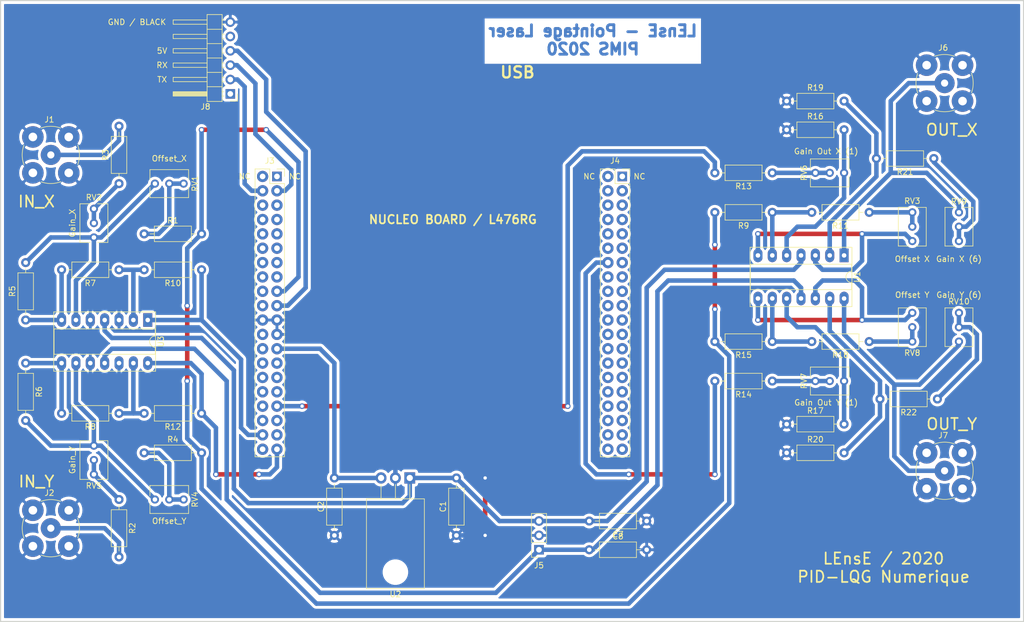
<source format=kicad_pcb>
(kicad_pcb (version 20171130) (host pcbnew "(5.1.6)-1")
  (layers (0 F.Cu signal) (31 B.Cu signal) (34 B.Paste user) (35 F.Paste user) (36 B.SilkS user) (37 F.SilkS user) (38 B.Mask user) (39 F.Mask user) (44 Edge.Cuts user))
  (net 0 "")
  (net 1 GND)
  (net 2 VCC+)
  (net 3 VCC-)
  (net 4 "Net-(J1-Pad1)")
  (net 5 "Net-(J2-Pad1)")
  (net 6 "Net-(J3-Pad7)")
  (net 7 "Net-(J3-Pad8)")
  (net 8 "Net-(J3-Pad9)")
  (net 9 "Net-(J3-Pad10)")
  (net 10 "Net-(J3-Pad11)")
  (net 11 "Net-(J3-Pad12)")
  (net 12 "Net-(J3-Pad13)")
  (net 13 "Net-(J3-Pad14)")
  (net 14 3.3V)
  (net 15 5V)
  (net 16 "Net-(J3-Pad26)")
  (net 17 "Net-(J3-Pad27)")
  (net 18 "Net-(J3-Pad28)")
  (net 19 "Net-(J3-Pad30)")
  (net 20 "Net-(J3-Pad31)")
  (net 21 "Net-(J3-Pad32)")
  (net 22 "Net-(J3-Pad35)")
  (net 23 "Net-(J3-Pad36)")
  (net 24 "Net-(J4-Pad40)")
  (net 25 "Net-(J4-Pad39)")
  (net 26 "Net-(J4-Pad38)")
  (net 27 "Net-(J4-Pad37)")
  (net 28 "Net-(J4-Pad35)")
  (net 29 "Net-(J4-Pad33)")
  (net 30 "Net-(J4-Pad32)")
  (net 31 "Net-(J4-Pad31)")
  (net 32 "Net-(J4-Pad30)")
  (net 33 "Net-(J4-Pad29)")
  (net 34 "Net-(J4-Pad28)")
  (net 35 "Net-(J4-Pad27)")
  (net 36 "Net-(J4-Pad26)")
  (net 37 "Net-(J4-Pad25)")
  (net 38 "Net-(J4-Pad24)")
  (net 39 "Net-(J4-Pad23)")
  (net 40 "Net-(J4-Pad22)")
  (net 41 "Net-(J4-Pad21)")
  (net 42 "Net-(J4-Pad20)")
  (net 43 "Net-(J4-Pad19)")
  (net 44 "Net-(J4-Pad18)")
  (net 45 "Net-(J4-Pad17)")
  (net 46 "Net-(J4-Pad16)")
  (net 47 "Net-(J4-Pad15)")
  (net 48 "Net-(J4-Pad12)")
  (net 49 "Net-(J4-Pad11)")
  (net 50 "Net-(J4-Pad10)")
  (net 51 "Net-(J4-Pad9)")
  (net 52 "Net-(J4-Pad8)")
  (net 53 "Net-(J4-Pad7)")
  (net 54 "Net-(J4-Pad2)")
  (net 55 "Net-(J4-Pad1)")
  (net 56 "Net-(R1-Pad1)")
  (net 57 "Net-(R2-Pad1)")
  (net 58 "Net-(R11-Pad2)")
  (net 59 "Net-(R11-Pad1)")
  (net 60 "Net-(J3-Pad5)")
  (net 61 "Net-(J3-Pad15)")
  (net 62 "Net-(J3-Pad20)")
  (net 63 "Net-(J3-Pad24)")
  (net 64 "Net-(J3-Pad34)")
  (net 65 "Net-(J3-Pad40)")
  (net 66 "Net-(J4-Pad13)")
  (net 67 "Net-(J4-Pad6)")
  (net 68 "Net-(J4-Pad4)")
  (net 69 "Net-(J3-Pad18)")
  (net 70 Vin)
  (net 71 RX_PC_11)
  (net 72 TX_PC_10)
  (net 73 "Net-(J3-Pad6)")
  (net 74 "Net-(J3-Pad16)")
  (net 75 "Net-(J3-Pad29)")
  (net 76 V_OUT_X_PA_4)
  (net 77 "Net-(J3-Pad37)")
  (net 78 V_IN_X_PC_2)
  (net 79 V_IN_Y_PC_10)
  (net 80 "Net-(J4-Pad36)")
  (net 81 "Net-(J4-Pad34)")
  (net 82 V_OUT_Y_PA_5)
  (net 83 "Net-(J4-Pad5)")
  (net 84 "Net-(J4-Pad3)")
  (net 85 "Net-(J6-Pad1)")
  (net 86 "Net-(J7-Pad1)")
  (net 87 "Net-(J8-Pad1)")
  (net 88 "Net-(J8-Pad5)")
  (net 89 "Net-(R3-Pad1)")
  (net 90 "Net-(R4-Pad1)")
  (net 91 "Net-(R5-Pad1)")
  (net 92 "Net-(R5-Pad2)")
  (net 93 "Net-(R6-Pad1)")
  (net 94 "Net-(R6-Pad2)")
  (net 95 "Net-(R10-Pad2)")
  (net 96 "Net-(R12-Pad2)")
  (net 97 "Net-(R13-Pad1)")
  (net 98 "Net-(R14-Pad1)")
  (net 99 "Net-(R15-Pad1)")
  (net 100 "Net-(R16-Pad2)")
  (net 101 "Net-(R17-Pad2)")
  (net 102 "Net-(R18-Pad1)")
  (net 103 "Net-(R19-Pad2)")
  (net 104 "Net-(R20-Pad2)")
  (net 105 "Net-(R21-Pad1)")
  (net 106 "Net-(R22-Pad1)")
  (net 107 "Net-(RV3-Pad3)")
  (net 108 "Net-(RV8-Pad3)")
  (net 109 "Net-(J3-Pad1)")
  (net 110 "Net-(J3-Pad2)")
  (module Resistor_THT:R_Axial_DIN0207_L6.3mm_D2.5mm_P10.16mm_Horizontal (layer F.Cu) (at 230.505 135.255 180)
    (fp_text reference R22 (at 5.08 -2.37) (layer F.SilkS))
    (fp_text value 5.6k)
    (pad 1 thru_hole circle (at 0 0 180) (size 1.6 1.6) (drill 0.8) (layers *.Cu *.Mask) (net 106 "Net-(R22-Pad1)"))
    (pad 2 thru_hole oval (at 10.16 0 180) (size 1.6 1.6) (drill 0.8) (layers *.Cu *.Mask) (net 104 "Net-(R20-Pad2)"))
  )
  (module Resistor_THT:R_Axial_DIN0207_L6.3mm_D2.5mm_P10.16mm_Horizontal (layer F.Cu) (at 69.215 128.905 270)
    (fp_text reference R6 (at 5.08 -2.37 90) (layer F.SilkS))
    (fp_text value 1.2k)
    (pad 1 thru_hole circle (at 0 0 270) (size 1.6 1.6) (drill 0.8) (layers *.Cu *.Mask) (net 93 "Net-(R6-Pad1)"))
    (pad 2 thru_hole oval (at 10.16 0 270) (size 1.6 1.6) (drill 0.8) (layers *.Cu *.Mask) (net 94 "Net-(R6-Pad2)"))
  )
  (module Connector_PinSocket_2.54mm:PinSocket_2x20_P2.54mm_Vertical (layer F.Cu) (at 113.665 95.885)
    (fp_text reference J3 (at -1.27 -2.77) (layer F.SilkS))
    (fp_text value MORPHO_GAUCHE)
    (pad 1 thru_hole rect (at 0 0) (size 1.7 1.7) (drill 1) (layers *.Cu *.Mask) (net 109 "Net-(J3-Pad1)"))
    (pad 2 thru_hole oval (at -2.54 0) (size 2 2) (drill 1) (layers *.Cu *.Mask) (net 110 "Net-(J3-Pad2)"))
    (pad 3 thru_hole oval (at 0 2.54) (size 2 2) (drill 1) (layers *.Cu *.Mask) (net 71 RX_PC_11))
    (pad 4 thru_hole oval (at -2.54 2.54) (size 2 2) (drill 1) (layers *.Cu *.Mask) (net 72 TX_PC_10))
    (pad 5 thru_hole oval (at 0 5.08) (size 2 2) (drill 1) (layers *.Cu *.Mask) (net 60 "Net-(J3-Pad5)"))
    (pad 6 thru_hole oval (at -2.54 5.08) (size 2 2) (drill 1) (layers *.Cu *.Mask) (net 73 "Net-(J3-Pad6)"))
    (pad 7 thru_hole oval (at 0 7.62) (size 2 2) (drill 1) (layers *.Cu *.Mask) (net 6 "Net-(J3-Pad7)"))
    (pad 8 thru_hole oval (at -2.54 7.62) (size 2 2) (drill 1) (layers *.Cu *.Mask) (net 7 "Net-(J3-Pad8)"))
    (pad 9 thru_hole oval (at 0 10.16) (size 2 2) (drill 1) (layers *.Cu *.Mask) (net 8 "Net-(J3-Pad9)"))
    (pad 10 thru_hole oval (at -2.54 10.16) (size 2 2) (drill 1) (layers *.Cu *.Mask) (net 9 "Net-(J3-Pad10)"))
    (pad 11 thru_hole oval (at 0 12.7) (size 2 2) (drill 1) (layers *.Cu *.Mask) (net 10 "Net-(J3-Pad11)"))
    (pad 12 thru_hole oval (at -2.54 12.7) (size 2 2) (drill 1) (layers *.Cu *.Mask) (net 11 "Net-(J3-Pad12)"))
    (pad 13 thru_hole oval (at 0 15.24) (size 2 2) (drill 1) (layers *.Cu *.Mask) (net 12 "Net-(J3-Pad13)"))
    (pad 14 thru_hole oval (at -2.54 15.24) (size 2 2) (drill 1) (layers *.Cu *.Mask) (net 13 "Net-(J3-Pad14)"))
    (pad 15 thru_hole oval (at 0 17.78) (size 2 2) (drill 1) (layers *.Cu *.Mask) (net 61 "Net-(J3-Pad15)"))
    (pad 16 thru_hole oval (at -2.54 17.78) (size 2 2) (drill 1) (layers *.Cu *.Mask) (net 74 "Net-(J3-Pad16)"))
    (pad 17 thru_hole oval (at 0 20.32) (size 2 2) (drill 1) (layers *.Cu *.Mask) (net 14 3.3V))
    (pad 18 thru_hole oval (at -2.54 20.32) (size 2 2) (drill 1) (layers *.Cu *.Mask) (net 69 "Net-(J3-Pad18)"))
    (pad 19 thru_hole oval (at 0 22.86) (size 2 2) (drill 1) (layers *.Cu *.Mask) (net 15 5V))
    (pad 20 thru_hole oval (at -2.54 22.86) (size 2 2) (drill 1) (layers *.Cu *.Mask) (net 62 "Net-(J3-Pad20)"))
    (pad 21 thru_hole oval (at 0 25.4) (size 2 2) (drill 1) (layers *.Cu *.Mask) (net 1 GND))
    (pad 22 thru_hole oval (at -2.54 25.4) (size 2 2) (drill 1) (layers *.Cu *.Mask) (net 1 GND))
    (pad 23 thru_hole oval (at 0 27.94) (size 2 2) (drill 1) (layers *.Cu *.Mask) (net 1 GND))
    (pad 24 thru_hole oval (at -2.54 27.94) (size 2 2) (drill 1) (layers *.Cu *.Mask) (net 63 "Net-(J3-Pad24)"))
    (pad 25 thru_hole oval (at 0 30.48) (size 2 2) (drill 1) (layers *.Cu *.Mask) (net 70 Vin))
    (pad 26 thru_hole oval (at -2.54 30.48) (size 2 2) (drill 1) (layers *.Cu *.Mask) (net 16 "Net-(J3-Pad26)"))
    (pad 27 thru_hole oval (at 0 33.02) (size 2 2) (drill 1) (layers *.Cu *.Mask) (net 17 "Net-(J3-Pad27)"))
    (pad 28 thru_hole oval (at -2.54 33.02) (size 2 2) (drill 1) (layers *.Cu *.Mask) (net 18 "Net-(J3-Pad28)"))
    (pad 29 thru_hole oval (at 0 35.56) (size 2 2) (drill 1) (layers *.Cu *.Mask) (net 75 "Net-(J3-Pad29)"))
    (pad 30 thru_hole oval (at -2.54 35.56) (size 2 2) (drill 1) (layers *.Cu *.Mask) (net 19 "Net-(J3-Pad30)"))
    (pad 31 thru_hole oval (at 0 38.1) (size 2 2) (drill 1) (layers *.Cu *.Mask) (net 20 "Net-(J3-Pad31)"))
    (pad 32 thru_hole oval (at -2.54 38.1) (size 2 2) (drill 1) (layers *.Cu *.Mask) (net 21 "Net-(J3-Pad32)"))
    (pad 33 thru_hole oval (at 0 40.64) (size 2 2) (drill 1) (layers *.Cu *.Mask) (net 76 V_OUT_X_PA_4))
    (pad 34 thru_hole oval (at -2.54 40.64) (size 2 2) (drill 1) (layers *.Cu *.Mask) (net 64 "Net-(J3-Pad34)"))
    (pad 35 thru_hole oval (at 0 43.18) (size 2 2) (drill 1) (layers *.Cu *.Mask) (net 22 "Net-(J3-Pad35)"))
    (pad 36 thru_hole oval (at -2.54 43.18) (size 2 2) (drill 1) (layers *.Cu *.Mask) (net 23 "Net-(J3-Pad36)"))
    (pad 37 thru_hole oval (at 0 45.72) (size 2 2) (drill 1) (layers *.Cu *.Mask) (net 77 "Net-(J3-Pad37)"))
    (pad 38 thru_hole oval (at -2.54 45.72) (size 2 2) (drill 1) (layers *.Cu *.Mask) (net 78 V_IN_X_PC_2))
    (pad 39 thru_hole oval (at 0 48.26) (size 2 2) (drill 1) (layers *.Cu *.Mask) (net 79 V_IN_Y_PC_10))
    (pad 40 thru_hole oval (at -2.54 48.26) (size 2 2) (drill 1) (layers *.Cu *.Mask) (net 65 "Net-(J3-Pad40)"))
  )
  (module Connector_PinSocket_2.54mm:PinSocket_2x20_P2.54mm_Vertical (layer F.Cu) (at 174.752 95.885)
    (fp_text reference J4 (at -1.27 -2.77) (layer F.SilkS))
    (fp_text value MORPHO_DROITE)
    (pad 40 thru_hole oval (at -2.54 48.26) (size 2 2) (drill 1) (layers *.Cu *.Mask) (net 24 "Net-(J4-Pad40)"))
    (pad 39 thru_hole oval (at 0 48.26) (size 2 2) (drill 1) (layers *.Cu *.Mask) (net 25 "Net-(J4-Pad39)"))
    (pad 38 thru_hole oval (at -2.54 45.72) (size 2 2) (drill 1) (layers *.Cu *.Mask) (net 26 "Net-(J4-Pad38)"))
    (pad 37 thru_hole oval (at 0 45.72) (size 2 2) (drill 1) (layers *.Cu *.Mask) (net 27 "Net-(J4-Pad37)"))
    (pad 36 thru_hole oval (at -2.54 43.18) (size 2 2) (drill 1) (layers *.Cu *.Mask) (net 80 "Net-(J4-Pad36)"))
    (pad 35 thru_hole oval (at 0 43.18) (size 2 2) (drill 1) (layers *.Cu *.Mask) (net 28 "Net-(J4-Pad35)"))
    (pad 34 thru_hole oval (at -2.54 40.64) (size 2 2) (drill 1) (layers *.Cu *.Mask) (net 81 "Net-(J4-Pad34)"))
    (pad 33 thru_hole oval (at 0 40.64) (size 2 2) (drill 1) (layers *.Cu *.Mask) (net 29 "Net-(J4-Pad33)"))
    (pad 32 thru_hole oval (at -2.54 38.1) (size 2 2) (drill 1) (layers *.Cu *.Mask) (net 30 "Net-(J4-Pad32)"))
    (pad 31 thru_hole oval (at 0 38.1) (size 2 2) (drill 1) (layers *.Cu *.Mask) (net 31 "Net-(J4-Pad31)"))
    (pad 30 thru_hole oval (at -2.54 35.56) (size 2 2) (drill 1) (layers *.Cu *.Mask) (net 32 "Net-(J4-Pad30)"))
    (pad 29 thru_hole oval (at 0 35.56) (size 2 2) (drill 1) (layers *.Cu *.Mask) (net 33 "Net-(J4-Pad29)"))
    (pad 28 thru_hole oval (at -2.54 33.02) (size 2 2) (drill 1) (layers *.Cu *.Mask) (net 34 "Net-(J4-Pad28)"))
    (pad 27 thru_hole oval (at 0 33.02) (size 2 2) (drill 1) (layers *.Cu *.Mask) (net 35 "Net-(J4-Pad27)"))
    (pad 26 thru_hole oval (at -2.54 30.48) (size 2 2) (drill 1) (layers *.Cu *.Mask) (net 36 "Net-(J4-Pad26)"))
    (pad 25 thru_hole oval (at 0 30.48) (size 2 2) (drill 1) (layers *.Cu *.Mask) (net 37 "Net-(J4-Pad25)"))
    (pad 24 thru_hole oval (at -2.54 27.94) (size 2 2) (drill 1) (layers *.Cu *.Mask) (net 38 "Net-(J4-Pad24)"))
    (pad 23 thru_hole oval (at 0 27.94) (size 2 2) (drill 1) (layers *.Cu *.Mask) (net 39 "Net-(J4-Pad23)"))
    (pad 22 thru_hole oval (at -2.54 25.4) (size 2 2) (drill 1) (layers *.Cu *.Mask) (net 40 "Net-(J4-Pad22)"))
    (pad 21 thru_hole oval (at 0 25.4) (size 2 2) (drill 1) (layers *.Cu *.Mask) (net 41 "Net-(J4-Pad21)"))
    (pad 20 thru_hole oval (at -2.54 22.86) (size 2 2) (drill 1) (layers *.Cu *.Mask) (net 42 "Net-(J4-Pad20)"))
    (pad 19 thru_hole oval (at 0 22.86) (size 2 2) (drill 1) (layers *.Cu *.Mask) (net 43 "Net-(J4-Pad19)"))
    (pad 18 thru_hole oval (at -2.54 20.32) (size 2 2) (drill 1) (layers *.Cu *.Mask) (net 44 "Net-(J4-Pad18)"))
    (pad 17 thru_hole oval (at 0 20.32) (size 2 2) (drill 1) (layers *.Cu *.Mask) (net 45 "Net-(J4-Pad17)"))
    (pad 16 thru_hole oval (at -2.54 17.78) (size 2 2) (drill 1) (layers *.Cu *.Mask) (net 46 "Net-(J4-Pad16)"))
    (pad 15 thru_hole oval (at 0 17.78) (size 2 2) (drill 1) (layers *.Cu *.Mask) (net 47 "Net-(J4-Pad15)"))
    (pad 14 thru_hole oval (at -2.54 15.24) (size 2 2) (drill 1) (layers *.Cu *.Mask) (net 82 V_OUT_Y_PA_5))
    (pad 13 thru_hole oval (at 0 15.24) (size 2 2) (drill 1) (layers *.Cu *.Mask) (net 66 "Net-(J4-Pad13)"))
    (pad 12 thru_hole oval (at -2.54 12.7) (size 2 2) (drill 1) (layers *.Cu *.Mask) (net 48 "Net-(J4-Pad12)"))
    (pad 11 thru_hole oval (at 0 12.7) (size 2 2) (drill 1) (layers *.Cu *.Mask) (net 49 "Net-(J4-Pad11)"))
    (pad 10 thru_hole oval (at -2.54 10.16) (size 2 2) (drill 1) (layers *.Cu *.Mask) (net 50 "Net-(J4-Pad10)"))
    (pad 9 thru_hole oval (at 0 10.16) (size 2 2) (drill 1) (layers *.Cu *.Mask) (net 51 "Net-(J4-Pad9)"))
    (pad 8 thru_hole oval (at -2.54 7.62) (size 2 2) (drill 1) (layers *.Cu *.Mask) (net 52 "Net-(J4-Pad8)"))
    (pad 7 thru_hole oval (at 0 7.62) (size 2 2) (drill 1) (layers *.Cu *.Mask) (net 53 "Net-(J4-Pad7)"))
    (pad 6 thru_hole oval (at -2.54 5.08) (size 2 2) (drill 1) (layers *.Cu *.Mask) (net 67 "Net-(J4-Pad6)"))
    (pad 5 thru_hole oval (at 0 5.08) (size 2 2) (drill 1) (layers *.Cu *.Mask) (net 83 "Net-(J4-Pad5)"))
    (pad 4 thru_hole oval (at -2.54 2.54) (size 2 2) (drill 1) (layers *.Cu *.Mask) (net 68 "Net-(J4-Pad4)"))
    (pad 3 thru_hole oval (at 0 2.54) (size 2 2) (drill 1) (layers *.Cu *.Mask) (net 84 "Net-(J4-Pad3)"))
    (pad 2 thru_hole oval (at -2.54 0) (size 2 2) (drill 1) (layers *.Cu *.Mask) (net 54 "Net-(J4-Pad2)"))
    (pad 1 thru_hole rect (at 0 0) (size 1.7 1.7) (drill 1) (layers *.Cu *.Mask) (net 55 "Net-(J4-Pad1)"))
  )
  (module Resistor_THT:R_Axial_DIN0207_L6.3mm_D2.5mm_P10.16mm_Horizontal (layer F.Cu) (at 145.415 159.385 90)
    (fp_text reference C1 (at 5.08 -2.37 90) (layer F.SilkS))
    (fp_text value 1u)
    (pad 2 thru_hole oval (at 10.16 0 90) (size 1.6 1.6) (drill 0.8) (layers *.Cu *.Mask) (net 2 VCC+))
    (pad 1 thru_hole circle (at 0 0 90) (size 1.6 1.6) (drill 0.8) (layers *.Cu *.Mask) (net 1 GND))
  )
  (module Resistor_THT:R_Axial_DIN0207_L6.3mm_D2.5mm_P10.16mm_Horizontal (layer F.Cu) (at 123.825 159.385 90)
    (fp_text reference C2 (at 5.08 -2.37 90) (layer F.SilkS))
    (fp_text value 1u)
    (pad 1 thru_hole circle (at 0 0 90) (size 1.6 1.6) (drill 0.8) (layers *.Cu *.Mask) (net 1 GND))
    (pad 2 thru_hole oval (at 10.16 0 90) (size 1.6 1.6) (drill 0.8) (layers *.Cu *.Mask) (net 70 Vin))
  )
  (module Resistor_THT:R_Axial_DIN0207_L6.3mm_D2.5mm_P10.16mm_Horizontal (layer F.Cu) (at 179.07 156.845 180)
    (fp_text reference C7 (at 5.08 -2.37) (layer F.SilkS))
    (fp_text value 100n)
    (pad 1 thru_hole circle (at 0 0 180) (size 1.6 1.6) (drill 0.8) (layers *.Cu *.Mask) (net 1 GND))
    (pad 2 thru_hole oval (at 10.16 0 180) (size 1.6 1.6) (drill 0.8) (layers *.Cu *.Mask) (net 2 VCC+))
  )
  (module Resistor_THT:R_Axial_DIN0207_L6.3mm_D2.5mm_P10.16mm_Horizontal (layer F.Cu) (at 168.91 161.925)
    (fp_text reference C8 (at 5.08 -2.37) (layer F.SilkS))
    (fp_text value 100n)
    (pad 2 thru_hole oval (at 10.16 0) (size 1.6 1.6) (drill 0.8) (layers *.Cu *.Mask) (net 1 GND))
    (pad 1 thru_hole circle (at 0 0) (size 1.6 1.6) (drill 0.8) (layers *.Cu *.Mask) (net 3 VCC-))
  )
  (module Connector_Coaxial:BNC_TEConnectivity_1478204_Vertical (layer F.Cu) (at 73.66 92.075)
    (fp_text reference J1 (at -0.25 -6.25) (layer F.SilkS))
    (fp_text value IN_X)
    (pad 2 thru_hole circle (at -3.175 -3.175) (size 3.81 3.81) (drill 1.524) (layers *.Cu *.Mask) (net 1 GND))
    (pad 1 thru_hole circle (at 0 0) (size 3.556 3.556) (drill 1.27) (layers *.Cu *.Mask) (net 4 "Net-(J1-Pad1)"))
    (pad 2 thru_hole circle (at 3.175 -3.175) (size 3.81 3.81) (drill 1.524) (layers *.Cu *.Mask) (net 1 GND))
    (pad 2 thru_hole circle (at -3.175 3.175) (size 3.81 3.81) (drill 1.524) (layers *.Cu *.Mask) (net 1 GND))
    (pad 2 thru_hole circle (at 3.175 3.175) (size 3.81 3.81) (drill 1.524) (layers *.Cu *.Mask) (net 1 GND))
  )
  (module Connector_Coaxial:BNC_TEConnectivity_1478204_Vertical (layer F.Cu) (at 73.66 158.115)
    (fp_text reference J2 (at -0.25 -6.25) (layer F.SilkS))
    (fp_text value IN_Y)
    (pad 2 thru_hole circle (at 3.175 3.175) (size 3.81 3.81) (drill 1.524) (layers *.Cu *.Mask) (net 1 GND))
    (pad 2 thru_hole circle (at -3.175 3.175) (size 3.81 3.81) (drill 1.524) (layers *.Cu *.Mask) (net 1 GND))
    (pad 2 thru_hole circle (at 3.175 -3.175) (size 3.81 3.81) (drill 1.524) (layers *.Cu *.Mask) (net 1 GND))
    (pad 1 thru_hole circle (at 0 0) (size 3.556 3.556) (drill 1.27) (layers *.Cu *.Mask) (net 5 "Net-(J2-Pad1)"))
    (pad 2 thru_hole circle (at -3.175 -3.175) (size 3.81 3.81) (drill 1.524) (layers *.Cu *.Mask) (net 1 GND))
  )
  (module Connector_PinSocket_2.54mm:PinSocket_1x03_P2.54mm_Vertical (layer F.Cu) (at 160.02 161.925 180)
    (fp_text reference J5 (at 0 -2.77) (layer F.SilkS))
    (fp_text value ALIM)
    (pad 1 thru_hole rect (at 0 0 180) (size 1.7 1.7) (drill 1) (layers *.Cu *.Mask) (net 3 VCC-))
    (pad 2 thru_hole oval (at 0 2.54 180) (size 1.7 1.7) (drill 1) (layers *.Cu *.Mask) (net 1 GND))
    (pad 3 thru_hole oval (at 0 5.08 180) (size 1.7 1.7) (drill 1) (layers *.Cu *.Mask) (net 2 VCC+))
  )
  (module Connector_Coaxial:BNC_TEConnectivity_1478204_Vertical (layer F.Cu) (at 231.775 79.375)
    (fp_text reference J6 (at -0.25 -6.25) (layer F.SilkS))
    (fp_text value OUT_X)
    (pad 2 thru_hole circle (at -3.175 -3.175) (size 3.81 3.81) (drill 1.524) (layers *.Cu *.Mask) (net 1 GND))
    (pad 1 thru_hole circle (at 0 0) (size 3.556 3.556) (drill 1.27) (layers *.Cu *.Mask) (net 85 "Net-(J6-Pad1)"))
    (pad 2 thru_hole circle (at 3.175 -3.175) (size 3.81 3.81) (drill 1.524) (layers *.Cu *.Mask) (net 1 GND))
    (pad 2 thru_hole circle (at -3.175 3.175) (size 3.81 3.81) (drill 1.524) (layers *.Cu *.Mask) (net 1 GND))
    (pad 2 thru_hole circle (at 3.175 3.175) (size 3.81 3.81) (drill 1.524) (layers *.Cu *.Mask) (net 1 GND))
  )
  (module Connector_Coaxial:BNC_TEConnectivity_1478204_Vertical (layer F.Cu) (at 231.775 147.955)
    (fp_text reference J7 (at -0.25 -6.25) (layer F.SilkS))
    (fp_text value OUT_Y)
    (pad 2 thru_hole circle (at 3.175 3.175) (size 3.81 3.81) (drill 1.524) (layers *.Cu *.Mask) (net 1 GND))
    (pad 2 thru_hole circle (at -3.175 3.175) (size 3.81 3.81) (drill 1.524) (layers *.Cu *.Mask) (net 1 GND))
    (pad 2 thru_hole circle (at 3.175 -3.175) (size 3.81 3.81) (drill 1.524) (layers *.Cu *.Mask) (net 1 GND))
    (pad 1 thru_hole circle (at 0 0) (size 3.556 3.556) (drill 1.27) (layers *.Cu *.Mask) (net 86 "Net-(J7-Pad1)"))
    (pad 2 thru_hole circle (at -3.175 -3.175) (size 3.81 3.81) (drill 1.524) (layers *.Cu *.Mask) (net 1 GND))
  )
  (module Connector_PinHeader_2.54mm:PinHeader_1x06_P2.54mm_Horizontal (layer F.Cu) (at 105.41 81.28 180)
    (fp_text reference J8 (at 4.385 -2.27) (layer F.SilkS))
    (fp_text value RS232)
    (pad 1 thru_hole rect (at 0 0 180) (size 1.7 1.7) (drill 1) (layers *.Cu *.Mask) (net 87 "Net-(J8-Pad1)"))
    (pad 2 thru_hole oval (at 0 2.54 180) (size 1.7 1.7) (drill 1) (layers *.Cu *.Mask) (net 72 TX_PC_10))
    (pad 3 thru_hole oval (at 0 5.08 180) (size 1.7 1.7) (drill 1) (layers *.Cu *.Mask) (net 71 RX_PC_11))
    (pad 4 thru_hole oval (at 0 7.62 180) (size 1.7 1.7) (drill 1) (layers *.Cu *.Mask) (net 15 5V))
    (pad 5 thru_hole oval (at 0 10.16 180) (size 1.7 1.7) (drill 1) (layers *.Cu *.Mask) (net 88 "Net-(J8-Pad5)"))
    (pad 6 thru_hole oval (at 0 12.7 180) (size 1.7 1.7) (drill 1) (layers *.Cu *.Mask) (net 1 GND))
  )
  (module Resistor_THT:R_Axial_DIN0207_L6.3mm_D2.5mm_P10.16mm_Horizontal (layer F.Cu) (at 90.17 106.045)
    (fp_text reference R1 (at 5.08 -2.37) (layer F.SilkS))
    (fp_text value 1.8k)
    (pad 2 thru_hole oval (at 10.16 0) (size 1.6 1.6) (drill 0.8) (layers *.Cu *.Mask) (net 14 3.3V))
    (pad 1 thru_hole circle (at 0 0) (size 1.6 1.6) (drill 0.8) (layers *.Cu *.Mask) (net 56 "Net-(R1-Pad1)"))
  )
  (module Resistor_THT:R_Axial_DIN0207_L6.3mm_D2.5mm_P10.16mm_Horizontal (layer F.Cu) (at 85.725 153.035 270)
    (fp_text reference R2 (at 5.08 -2.37 90) (layer F.SilkS))
    (fp_text value 12k)
    (pad 2 thru_hole oval (at 10.16 0 270) (size 1.6 1.6) (drill 0.8) (layers *.Cu *.Mask) (net 5 "Net-(J2-Pad1)"))
    (pad 1 thru_hole circle (at 0 0 270) (size 1.6 1.6) (drill 0.8) (layers *.Cu *.Mask) (net 57 "Net-(R2-Pad1)"))
  )
  (module Resistor_THT:R_Axial_DIN0207_L6.3mm_D2.5mm_P10.16mm_Horizontal (layer F.Cu) (at 85.725 97.155 90)
    (fp_text reference R3 (at 5.08 -2.37 90) (layer F.SilkS))
    (fp_text value 12k)
    (pad 2 thru_hole oval (at 10.16 0 90) (size 1.6 1.6) (drill 0.8) (layers *.Cu *.Mask) (net 4 "Net-(J1-Pad1)"))
    (pad 1 thru_hole circle (at 0 0 90) (size 1.6 1.6) (drill 0.8) (layers *.Cu *.Mask) (net 89 "Net-(R3-Pad1)"))
  )
  (module Resistor_THT:R_Axial_DIN0207_L6.3mm_D2.5mm_P10.16mm_Horizontal (layer F.Cu) (at 90.17 144.78)
    (fp_text reference R4 (at 5.08 -2.37) (layer F.SilkS))
    (fp_text value 1.8k)
    (pad 1 thru_hole circle (at 0 0) (size 1.6 1.6) (drill 0.8) (layers *.Cu *.Mask) (net 90 "Net-(R4-Pad1)"))
    (pad 2 thru_hole oval (at 10.16 0) (size 1.6 1.6) (drill 0.8) (layers *.Cu *.Mask) (net 14 3.3V))
  )
  (module Resistor_THT:R_Axial_DIN0207_L6.3mm_D2.5mm_P10.16mm_Horizontal (layer F.Cu) (at 69.215 121.285 90)
    (fp_text reference R5 (at 5.08 -2.37 90) (layer F.SilkS))
    (fp_text value 1.2k)
    (pad 1 thru_hole circle (at 0 0 90) (size 1.6 1.6) (drill 0.8) (layers *.Cu *.Mask) (net 91 "Net-(R5-Pad1)"))
    (pad 2 thru_hole oval (at 10.16 0 90) (size 1.6 1.6) (drill 0.8) (layers *.Cu *.Mask) (net 92 "Net-(R5-Pad2)"))
  )
  (module Resistor_THT:R_Axial_DIN0207_L6.3mm_D2.5mm_P10.16mm_Horizontal (layer F.Cu) (at 85.725 112.395 180)
    (fp_text reference R7 (at 5.08 -2.37) (layer F.SilkS))
    (fp_text value 1.2k)
    (pad 1 thru_hole circle (at 0 0 180) (size 1.6 1.6) (drill 0.8) (layers *.Cu *.Mask) (net 95 "Net-(R10-Pad2)"))
    (pad 2 thru_hole oval (at 10.16 0 180) (size 1.6 1.6) (drill 0.8) (layers *.Cu *.Mask) (net 91 "Net-(R5-Pad1)"))
  )
  (module Resistor_THT:R_Axial_DIN0207_L6.3mm_D2.5mm_P10.16mm_Horizontal (layer F.Cu) (at 85.725 137.795 180)
    (fp_text reference R8 (at 5.08 -2.37) (layer F.SilkS))
    (fp_text value 1.2k)
    (pad 2 thru_hole oval (at 10.16 0 180) (size 1.6 1.6) (drill 0.8) (layers *.Cu *.Mask) (net 93 "Net-(R6-Pad1)"))
    (pad 1 thru_hole circle (at 0 0 180) (size 1.6 1.6) (drill 0.8) (layers *.Cu *.Mask) (net 96 "Net-(R12-Pad2)"))
  )
  (module Resistor_THT:R_Axial_DIN0207_L6.3mm_D2.5mm_P10.16mm_Horizontal (layer F.Cu) (at 201.295 102.235 180)
    (fp_text reference R9 (at 5.08 -2.37) (layer F.SilkS))
    (fp_text value 2.2k)
    (pad 2 thru_hole oval (at 10.16 0 180) (size 1.6 1.6) (drill 0.8) (layers *.Cu *.Mask) (net 14 3.3V))
    (pad 1 thru_hole circle (at 0 0 180) (size 1.6 1.6) (drill 0.8) (layers *.Cu *.Mask) (net 58 "Net-(R11-Pad2)"))
  )
  (module Resistor_THT:R_Axial_DIN0207_L6.3mm_D2.5mm_P10.16mm_Horizontal (layer F.Cu) (at 100.33 112.395 180)
    (fp_text reference R10 (at 5.08 -2.37) (layer F.SilkS))
    (fp_text value 1.2k)
    (pad 2 thru_hole oval (at 10.16 0 180) (size 1.6 1.6) (drill 0.8) (layers *.Cu *.Mask) (net 95 "Net-(R10-Pad2)"))
    (pad 1 thru_hole circle (at 0 0 180) (size 1.6 1.6) (drill 0.8) (layers *.Cu *.Mask) (net 78 V_IN_X_PC_2))
  )
  (module Resistor_THT:R_Axial_DIN0207_L6.3mm_D2.5mm_P10.16mm_Horizontal (layer F.Cu) (at 218.44 102.235 180)
    (fp_text reference R11 (at 5.08 -2.37) (layer F.SilkS))
    (fp_text value 1k)
    (pad 1 thru_hole circle (at 0 0 180) (size 1.6 1.6) (drill 0.8) (layers *.Cu *.Mask) (net 59 "Net-(R11-Pad1)"))
    (pad 2 thru_hole oval (at 10.16 0 180) (size 1.6 1.6) (drill 0.8) (layers *.Cu *.Mask) (net 58 "Net-(R11-Pad2)"))
  )
  (module Resistor_THT:R_Axial_DIN0207_L6.3mm_D2.5mm_P10.16mm_Horizontal (layer F.Cu) (at 100.33 137.795 180)
    (fp_text reference R12 (at 5.08 -2.37) (layer F.SilkS))
    (fp_text value 1.2k)
    (pad 2 thru_hole oval (at 10.16 0 180) (size 1.6 1.6) (drill 0.8) (layers *.Cu *.Mask) (net 96 "Net-(R12-Pad2)"))
    (pad 1 thru_hole circle (at 0 0 180) (size 1.6 1.6) (drill 0.8) (layers *.Cu *.Mask) (net 79 V_IN_Y_PC_10))
  )
  (module Resistor_THT:R_Axial_DIN0207_L6.3mm_D2.5mm_P10.16mm_Horizontal (layer F.Cu) (at 201.295 95.25 180)
    (fp_text reference R13 (at 5.08 -2.37) (layer F.SilkS))
    (fp_text value 1k)
    (pad 2 thru_hole oval (at 10.16 0 180) (size 1.6 1.6) (drill 0.8) (layers *.Cu *.Mask) (net 76 V_OUT_X_PA_4))
    (pad 1 thru_hole circle (at 0 0 180) (size 1.6 1.6) (drill 0.8) (layers *.Cu *.Mask) (net 97 "Net-(R13-Pad1)"))
  )
  (module Resistor_THT:R_Axial_DIN0207_L6.3mm_D2.5mm_P10.16mm_Horizontal (layer F.Cu) (at 201.295 132.08 180)
    (fp_text reference R14 (at 5.08 -2.37) (layer F.SilkS))
    (fp_text value 1k)
    (pad 2 thru_hole oval (at 10.16 0 180) (size 1.6 1.6) (drill 0.8) (layers *.Cu *.Mask) (net 82 V_OUT_Y_PA_5))
    (pad 1 thru_hole circle (at 0 0 180) (size 1.6 1.6) (drill 0.8) (layers *.Cu *.Mask) (net 98 "Net-(R14-Pad1)"))
  )
  (module Resistor_THT:R_Axial_DIN0207_L6.3mm_D2.5mm_P10.16mm_Horizontal (layer F.Cu) (at 201.295 125.095 180)
    (fp_text reference R15 (at 5.08 -2.37) (layer F.SilkS))
    (fp_text value 2.2k)
    (pad 1 thru_hole circle (at 0 0 180) (size 1.6 1.6) (drill 0.8) (layers *.Cu *.Mask) (net 99 "Net-(R15-Pad1)"))
    (pad 2 thru_hole oval (at 10.16 0 180) (size 1.6 1.6) (drill 0.8) (layers *.Cu *.Mask) (net 14 3.3V))
  )
  (module Resistor_THT:R_Axial_DIN0207_L6.3mm_D2.5mm_P10.16mm_Horizontal (layer F.Cu) (at 203.835 87.63)
    (fp_text reference R16 (at 5.08 -2.37) (layer F.SilkS))
    (fp_text value 2.2k)
    (pad 1 thru_hole circle (at 0 0) (size 1.6 1.6) (drill 0.8) (layers *.Cu *.Mask) (net 1 GND))
    (pad 2 thru_hole oval (at 10.16 0) (size 1.6 1.6) (drill 0.8) (layers *.Cu *.Mask) (net 100 "Net-(R16-Pad2)"))
  )
  (module Resistor_THT:R_Axial_DIN0207_L6.3mm_D2.5mm_P10.16mm_Horizontal (layer F.Cu) (at 203.835 139.7)
    (fp_text reference R17 (at 5.08 -2.37) (layer F.SilkS))
    (fp_text value 2.2k)
    (pad 1 thru_hole circle (at 0 0) (size 1.6 1.6) (drill 0.8) (layers *.Cu *.Mask) (net 1 GND))
    (pad 2 thru_hole oval (at 10.16 0) (size 1.6 1.6) (drill 0.8) (layers *.Cu *.Mask) (net 101 "Net-(R17-Pad2)"))
  )
  (module Resistor_THT:R_Axial_DIN0207_L6.3mm_D2.5mm_P10.16mm_Horizontal (layer F.Cu) (at 218.44 125.095 180)
    (fp_text reference R18 (at 5.08 -2.37) (layer F.SilkS))
    (fp_text value 1k)
    (pad 2 thru_hole oval (at 10.16 0 180) (size 1.6 1.6) (drill 0.8) (layers *.Cu *.Mask) (net 99 "Net-(R15-Pad1)"))
    (pad 1 thru_hole circle (at 0 0 180) (size 1.6 1.6) (drill 0.8) (layers *.Cu *.Mask) (net 102 "Net-(R18-Pad1)"))
  )
  (module Resistor_THT:R_Axial_DIN0207_L6.3mm_D2.5mm_P10.16mm_Horizontal (layer F.Cu) (at 203.835 82.55)
    (fp_text reference R19 (at 5.08 -2.37) (layer F.SilkS))
    (fp_text value 1.2k)
    (pad 1 thru_hole circle (at 0 0) (size 1.6 1.6) (drill 0.8) (layers *.Cu *.Mask) (net 1 GND))
    (pad 2 thru_hole oval (at 10.16 0) (size 1.6 1.6) (drill 0.8) (layers *.Cu *.Mask) (net 103 "Net-(R19-Pad2)"))
  )
  (module Resistor_THT:R_Axial_DIN0207_L6.3mm_D2.5mm_P10.16mm_Horizontal (layer F.Cu) (at 203.835 144.78)
    (fp_text reference R20 (at 5.08 -2.37) (layer F.SilkS))
    (fp_text value 1.2k)
    (pad 2 thru_hole oval (at 10.16 0) (size 1.6 1.6) (drill 0.8) (layers *.Cu *.Mask) (net 104 "Net-(R20-Pad2)"))
    (pad 1 thru_hole circle (at 0 0) (size 1.6 1.6) (drill 0.8) (layers *.Cu *.Mask) (net 1 GND))
  )
  (module Resistor_THT:R_Axial_DIN0207_L6.3mm_D2.5mm_P10.16mm_Horizontal (layer F.Cu) (at 229.87 92.71 180)
    (fp_text reference R21 (at 5.08 -2.37) (layer F.SilkS))
    (fp_text value 5.6k)
    (pad 1 thru_hole circle (at 0 0 180) (size 1.6 1.6) (drill 0.8) (layers *.Cu *.Mask) (net 105 "Net-(R21-Pad1)"))
    (pad 2 thru_hole oval (at 10.16 0 180) (size 1.6 1.6) (drill 0.8) (layers *.Cu *.Mask) (net 103 "Net-(R19-Pad2)"))
  )
  (module Potentiometer_THT:Potentiometer_Vishay_T73XW_Horizontal (layer F.Cu) (at 97.155 97.155 270)
    (fp_text reference RV1 (at 0 -2.01 90) (layer F.SilkS))
    (fp_text value 1k)
    (pad 1 thru_hole circle (at 0 0 270) (size 1.44 1.44) (drill 0.8) (layers *.Cu *.Mask) (net 56 "Net-(R1-Pad1)"))
    (pad 2 thru_hole circle (at 0 2.54 270) (size 1.44 1.44) (drill 0.8) (layers *.Cu *.Mask) (net 56 "Net-(R1-Pad1)"))
    (pad 3 thru_hole circle (at 0 5.08 270) (size 1.44 1.44) (drill 0.8) (layers *.Cu *.Mask) (net 92 "Net-(R5-Pad2)"))
  )
  (module Potentiometer_THT:Potentiometer_Vishay_T73XW_Horizontal (layer F.Cu) (at 81.28 101.6)
    (fp_text reference RV2 (at 0 -2.01) (layer F.SilkS))
    (fp_text value 4.7k)
    (pad 1 thru_hole circle (at 0 0) (size 1.44 1.44) (drill 0.8) (layers *.Cu *.Mask) (net 89 "Net-(R3-Pad1)"))
    (pad 2 thru_hole circle (at 0 2.54) (size 1.44 1.44) (drill 0.8) (layers *.Cu *.Mask) (net 89 "Net-(R3-Pad1)"))
    (pad 3 thru_hole circle (at 0 5.08) (size 1.44 1.44) (drill 0.8) (layers *.Cu *.Mask) (net 92 "Net-(R5-Pad2)"))
  )
  (module Potentiometer_THT:Potentiometer_Vishay_T73XW_Horizontal (layer F.Cu) (at 226.06 102.235)
    (fp_text reference RV3 (at 0 -2.01) (layer F.SilkS))
    (fp_text value 1k)
    (pad 3 thru_hole circle (at 0 5.08) (size 1.44 1.44) (drill 0.8) (layers *.Cu *.Mask) (net 107 "Net-(RV3-Pad3)"))
    (pad 2 thru_hole circle (at 0 2.54) (size 1.44 1.44) (drill 0.8) (layers *.Cu *.Mask) (net 59 "Net-(R11-Pad1)"))
    (pad 1 thru_hole circle (at 0 0) (size 1.44 1.44) (drill 0.8) (layers *.Cu *.Mask) (net 59 "Net-(R11-Pad1)"))
  )
  (module Potentiometer_THT:Potentiometer_Vishay_T73XW_Horizontal (layer F.Cu) (at 97.155 153.035 270)
    (fp_text reference RV4 (at 0 -2.01 90) (layer F.SilkS))
    (fp_text value 1k)
    (pad 3 thru_hole circle (at 0 5.08 270) (size 1.44 1.44) (drill 0.8) (layers *.Cu *.Mask) (net 94 "Net-(R6-Pad2)"))
    (pad 2 thru_hole circle (at 0 2.54 270) (size 1.44 1.44) (drill 0.8) (layers *.Cu *.Mask) (net 90 "Net-(R4-Pad1)"))
    (pad 1 thru_hole circle (at 0 0 270) (size 1.44 1.44) (drill 0.8) (layers *.Cu *.Mask) (net 90 "Net-(R4-Pad1)"))
  )
  (module Potentiometer_THT:Potentiometer_Vishay_T73XW_Horizontal (layer F.Cu) (at 81.28 148.59 180)
    (fp_text reference RV5 (at 0 -2.01) (layer F.SilkS))
    (fp_text value 4.7k)
    (pad 1 thru_hole circle (at 0 0 180) (size 1.44 1.44) (drill 0.8) (layers *.Cu *.Mask) (net 57 "Net-(R2-Pad1)"))
    (pad 2 thru_hole circle (at 0 2.54 180) (size 1.44 1.44) (drill 0.8) (layers *.Cu *.Mask) (net 57 "Net-(R2-Pad1)"))
    (pad 3 thru_hole circle (at 0 5.08 180) (size 1.44 1.44) (drill 0.8) (layers *.Cu *.Mask) (net 94 "Net-(R6-Pad2)"))
  )
  (module Potentiometer_THT:Potentiometer_Vishay_T73XW_Horizontal (layer F.Cu) (at 208.915 95.25 90)
    (fp_text reference RV6 (at 0 -2.01 90) (layer F.SilkS))
    (fp_text value 1k)
    (pad 3 thru_hole circle (at 0 5.08 90) (size 1.44 1.44) (drill 0.8) (layers *.Cu *.Mask) (net 100 "Net-(R16-Pad2)"))
    (pad 2 thru_hole circle (at 0 2.54 90) (size 1.44 1.44) (drill 0.8) (layers *.Cu *.Mask) (net 97 "Net-(R13-Pad1)"))
    (pad 1 thru_hole circle (at 0 0 90) (size 1.44 1.44) (drill 0.8) (layers *.Cu *.Mask) (net 97 "Net-(R13-Pad1)"))
  )
  (module Potentiometer_THT:Potentiometer_Vishay_T73XW_Horizontal (layer F.Cu) (at 208.915 132.08 90)
    (fp_text reference RV7 (at 0 -2.01 90) (layer F.SilkS))
    (fp_text value 1k)
    (pad 3 thru_hole circle (at 0 5.08 90) (size 1.44 1.44) (drill 0.8) (layers *.Cu *.Mask) (net 101 "Net-(R17-Pad2)"))
    (pad 2 thru_hole circle (at 0 2.54 90) (size 1.44 1.44) (drill 0.8) (layers *.Cu *.Mask) (net 98 "Net-(R14-Pad1)"))
    (pad 1 thru_hole circle (at 0 0 90) (size 1.44 1.44) (drill 0.8) (layers *.Cu *.Mask) (net 98 "Net-(R14-Pad1)"))
  )
  (module Potentiometer_THT:Potentiometer_Vishay_T73XW_Horizontal (layer F.Cu) (at 226.06 125.095 180)
    (fp_text reference RV8 (at 0 -2.01) (layer F.SilkS))
    (fp_text value 1k)
    (pad 1 thru_hole circle (at 0 0 180) (size 1.44 1.44) (drill 0.8) (layers *.Cu *.Mask) (net 102 "Net-(R18-Pad1)"))
    (pad 2 thru_hole circle (at 0 2.54 180) (size 1.44 1.44) (drill 0.8) (layers *.Cu *.Mask) (net 102 "Net-(R18-Pad1)"))
    (pad 3 thru_hole circle (at 0 5.08 180) (size 1.44 1.44) (drill 0.8) (layers *.Cu *.Mask) (net 108 "Net-(RV8-Pad3)"))
  )
  (module Potentiometer_THT:Potentiometer_Vishay_T73XW_Horizontal (layer F.Cu) (at 234.315 107.315 180)
    (fp_text reference RV9 (at 0 6.985) (layer F.SilkS))
    (fp_text value 1k)
    (pad 1 thru_hole circle (at 0 0 180) (size 1.44 1.44) (drill 0.8) (layers *.Cu *.Mask) (net 105 "Net-(R21-Pad1)"))
    (pad 2 thru_hole circle (at 0 2.54 180) (size 1.44 1.44) (drill 0.8) (layers *.Cu *.Mask) (net 105 "Net-(R21-Pad1)"))
    (pad 3 thru_hole circle (at 0 5.08 180) (size 1.44 1.44) (drill 0.8) (layers *.Cu *.Mask) (net 85 "Net-(J6-Pad1)"))
  )
  (module Potentiometer_THT:Potentiometer_Vishay_T73XW_Horizontal (layer F.Cu) (at 234.315 120.015)
    (fp_text reference RV10 (at 0 -2.01) (layer F.SilkS))
    (fp_text value 1k)
    (pad 3 thru_hole circle (at 0 5.08) (size 1.44 1.44) (drill 0.8) (layers *.Cu *.Mask) (net 86 "Net-(J7-Pad1)"))
    (pad 2 thru_hole circle (at 0 2.54) (size 1.44 1.44) (drill 0.8) (layers *.Cu *.Mask) (net 106 "Net-(R22-Pad1)"))
    (pad 1 thru_hole circle (at 0 0) (size 1.44 1.44) (drill 0.8) (layers *.Cu *.Mask) (net 106 "Net-(R22-Pad1)"))
  )
  (module Package_DIP:DIP-14_W7.62mm_Socket_LongPads (layer F.Cu) (at 213.995 109.855 270)
    (fp_text reference U1 (at 3.81 -2.33 90) (layer F.SilkS))
    (fp_text value TL084)
    (pad 14 thru_hole oval (at 7.62 0 270) (size 2.4 1.6) (drill 0.8) (layers *.Cu *.Mask) (net 86 "Net-(J7-Pad1)"))
    (pad 7 thru_hole oval (at 0 15.24 270) (size 2.4 1.6) (drill 0.8) (layers *.Cu *.Mask) (net 107 "Net-(RV3-Pad3)"))
    (pad 13 thru_hole oval (at 7.62 2.54 270) (size 2.4 1.6) (drill 0.8) (layers *.Cu *.Mask) (net 104 "Net-(R20-Pad2)"))
    (pad 6 thru_hole oval (at 0 12.7 270) (size 2.4 1.6) (drill 0.8) (layers *.Cu *.Mask) (net 58 "Net-(R11-Pad2)"))
    (pad 12 thru_hole oval (at 7.62 5.08 270) (size 2.4 1.6) (drill 0.8) (layers *.Cu *.Mask) (net 108 "Net-(RV8-Pad3)"))
    (pad 5 thru_hole oval (at 0 10.16 270) (size 2.4 1.6) (drill 0.8) (layers *.Cu *.Mask) (net 100 "Net-(R16-Pad2)"))
    (pad 11 thru_hole oval (at 7.62 7.62 270) (size 2.4 1.6) (drill 0.8) (layers *.Cu *.Mask) (net 3 VCC-))
    (pad 4 thru_hole oval (at 0 7.62 270) (size 2.4 1.6) (drill 0.8) (layers *.Cu *.Mask) (net 2 VCC+))
    (pad 10 thru_hole oval (at 7.62 10.16 270) (size 2.4 1.6) (drill 0.8) (layers *.Cu *.Mask) (net 101 "Net-(R17-Pad2)"))
    (pad 3 thru_hole oval (at 0 5.08 270) (size 2.4 1.6) (drill 0.8) (layers *.Cu *.Mask) (net 107 "Net-(RV3-Pad3)"))
    (pad 9 thru_hole oval (at 7.62 12.7 270) (size 2.4 1.6) (drill 0.8) (layers *.Cu *.Mask) (net 99 "Net-(R15-Pad1)"))
    (pad 2 thru_hole oval (at 0 2.54 270) (size 2.4 1.6) (drill 0.8) (layers *.Cu *.Mask) (net 103 "Net-(R19-Pad2)"))
    (pad 8 thru_hole oval (at 7.62 15.24 270) (size 2.4 1.6) (drill 0.8) (layers *.Cu *.Mask) (net 108 "Net-(RV8-Pad3)"))
    (pad 1 thru_hole rect (at 0 0 270) (size 2.4 1.6) (drill 0.8) (layers *.Cu *.Mask) (net 85 "Net-(J6-Pad1)"))
  )
  (module Package_TO_SOT_THT:TO-220-3_Horizontal_TabDown (layer F.Cu) (at 137.16 149.225 180)
    (fp_text reference U2 (at 2.54 -20.58) (layer F.SilkS))
    (fp_text value L7809)
    (pad "" np_thru_hole oval (at 2.54 -16.66 180) (size 3.5 3.5) (drill 3.5) (layers *.Cu *.Mask))
    (pad 1 thru_hole rect (at 0 0 180) (size 1.905 2) (drill 1.1) (layers *.Cu *.Mask) (net 2 VCC+))
    (pad 2 thru_hole oval (at 2.54 0 180) (size 1.905 2) (drill 1.1) (layers *.Cu *.Mask) (net 1 GND))
    (pad 3 thru_hole oval (at 5.08 0 180) (size 1.905 2) (drill 1.1) (layers *.Cu *.Mask) (net 70 Vin))
  )
  (module Package_DIP:DIP-14_W7.62mm_Socket_LongPads (layer F.Cu) (at 90.805 121.285 270)
    (fp_text reference U3 (at 3.81 -2.33 90) (layer F.SilkS))
    (fp_text value TL084)
    (pad 1 thru_hole rect (at 0 0 270) (size 2.4 1.6) (drill 0.8) (layers *.Cu *.Mask) (net 78 V_IN_X_PC_2))
    (pad 8 thru_hole oval (at 7.62 15.24 270) (size 2.4 1.6) (drill 0.8) (layers *.Cu *.Mask) (net 93 "Net-(R6-Pad1)"))
    (pad 2 thru_hole oval (at 0 2.54 270) (size 2.4 1.6) (drill 0.8) (layers *.Cu *.Mask) (net 95 "Net-(R10-Pad2)"))
    (pad 9 thru_hole oval (at 7.62 12.7 270) (size 2.4 1.6) (drill 0.8) (layers *.Cu *.Mask) (net 94 "Net-(R6-Pad2)"))
    (pad 3 thru_hole oval (at 0 5.08 270) (size 2.4 1.6) (drill 0.8) (layers *.Cu *.Mask) (net 1 GND))
    (pad 10 thru_hole oval (at 7.62 10.16 270) (size 2.4 1.6) (drill 0.8) (layers *.Cu *.Mask) (net 1 GND))
    (pad 4 thru_hole oval (at 0 7.62 270) (size 2.4 1.6) (drill 0.8) (layers *.Cu *.Mask) (net 2 VCC+))
    (pad 11 thru_hole oval (at 7.62 7.62 270) (size 2.4 1.6) (drill 0.8) (layers *.Cu *.Mask) (net 3 VCC-))
    (pad 5 thru_hole oval (at 0 10.16 270) (size 2.4 1.6) (drill 0.8) (layers *.Cu *.Mask) (net 1 GND))
    (pad 12 thru_hole oval (at 7.62 5.08 270) (size 2.4 1.6) (drill 0.8) (layers *.Cu *.Mask) (net 1 GND))
    (pad 6 thru_hole oval (at 0 12.7 270) (size 2.4 1.6) (drill 0.8) (layers *.Cu *.Mask) (net 92 "Net-(R5-Pad2)"))
    (pad 13 thru_hole oval (at 7.62 2.54 270) (size 2.4 1.6) (drill 0.8) (layers *.Cu *.Mask) (net 96 "Net-(R12-Pad2)"))
    (pad 7 thru_hole oval (at 0 15.24 270) (size 2.4 1.6) (drill 0.8) (layers *.Cu *.Mask) (net 91 "Net-(R5-Pad1)"))
    (pad 14 thru_hole oval (at 7.62 0 270) (size 2.4 1.6) (drill 0.8) (layers *.Cu *.Mask) (net 79 V_IN_Y_PC_10))
  )
  (gr_text NC (at 177.8 95.885) (layer F.SilkS) (effects (font (size 1 1))))
  (gr_text NC (at 168.91 95.885) (layer F.SilkS) (effects (font (size 1 1))))
  (gr_text NC (at 107.95 95.885) (layer F.SilkS) (effects (font (size 1 1))))
  (gr_text NC (at 116.84 95.885) (layer F.SilkS) (effects (font (size 1 1))))
  (gr_text USB (at 156.21 77.47) (layer F.SilkS) (effects (font (size 2 2) (thickness 0.4))))
  (gr_text "Gain Out Y (1)" (at 210.82 135.89) (layer F.SilkS) (effects (font (size 1 1))))
  (gr_text "Gain Y (6)" (at 234.315 116.84) (layer F.SilkS) (effects (font (size 1 1))))
  (gr_text "Gain X (6)" (at 234.315 110.49) (layer F.SilkS) (effects (font (size 1 1))))
  (gr_text "Gain Out X (1)" (at 210.82 91.44) (layer F.SilkS) (effects (font (size 1 1))))
  (gr_text "Offset Y" (at 226.06 116.84) (layer F.SilkS) (effects (font (size 1 1))))
  (gr_text "Offset X" (at 226.06 110.49) (layer F.SilkS) (effects (font (size 1 1))))
  (gr_text Gain_X (at 77.47 104.14 90) (layer F.SilkS) (effects (font (size 1 1))))
  (gr_text Gain_Y (at 77.47 146.05 90) (layer F.SilkS) (effects (font (size 1 1))))
  (gr_text Offset_Y (at 94.615 156.845) (layer F.SilkS) (effects (font (size 1 1))))
  (gr_text Offset_X (at 94.615 92.71) (layer F.SilkS) (effects (font (size 1 1))))
  (gr_text OUT_X (at 233.045 87.63) (layer F.SilkS) (effects (font (size 2 2) (thickness 0.3))))
  (gr_text OUT_Y (at 233.045 139.7) (layer F.SilkS) (effects (font (size 2 2) (thickness 0.3))))
  (gr_text IN_Y (at 71.12 149.86) (layer F.SilkS) (effects (font (size 2 2) (thickness 0.3))))
  (gr_text IN_X (at 71.12 100.33) (layer F.SilkS) (effects (font (size 2 2) (thickness 0.3))))
  (gr_text "GND / BLACK" (at 88.9 68.58) (layer F.SilkS) (effects (font (size 1 1))))
  (gr_text 5V (at 93.345 73.66) (layer F.SilkS) (effects (font (size 1 1))))
  (gr_text RX (at 93.345 76.2) (layer F.SilkS) (effects (font (size 1 1))))
  (gr_text TX (at 93.345 78.74) (layer F.SilkS) (effects (font (size 1 1))))
  (gr_text "LEnsE - Pointage Laser\nPIMS 2020" (at 169.545 71.755) (layer B.Cu) (effects (font (size 2 2) (thickness 0.5)) (justify mirror)))
  (gr_text "NUCLEO BOARD / L476RG" (at 144.78 103.505) (layer F.SilkS) (effects (font (size 1.5 1.5) (thickness 0.3))))
  (gr_text "LEnsE / 2020\nPID-LQG Numerique" (at 220.98 165.1) (layer F.SilkS) (effects (font (size 2 2) (thickness 0.3))))
  (gr_line (start 64.77 174.625) (end 64.77 64.77) (layer Edge.Cuts) (width 0.2))
  (gr_line (start 245.745 174.625) (end 64.77 174.625) (layer Edge.Cuts) (width 0.2))
  (gr_line (start 245.745 64.77) (end 245.745 174.625) (layer Edge.Cuts) (width 0.2))
  (gr_line (start 64.77 64.77) (end 245.745 64.77) (layer Edge.Cuts) (width 0.2))
  (segment (start 145.415 159.385) (end 150.495 159.385) (width 0.8) (layer B.Cu) (net 1))
  (via (at 150.495 159.385) (size 1) (drill 0.6) (layers F.Cu B.Cu) (net 1))
  (segment (start 150.495 159.385) (end 150.495 149.86) (width 0.8) (layer F.Cu) (net 1))
  (segment (start 150.495 149.86) (end 150.495 149.225) (width 0.8) (layer F.Cu) (net 1))
  (via (at 150.495 149.225) (size 1) (drill 0.6) (layers F.Cu B.Cu) (net 1))
  (segment (start 134.62 145.415) (end 134.62 149.225) (width 0.8) (layer B.Cu) (net 1))
  (segment (start 150.495 149.225) (end 150.495 147.955) (width 0.8) (layer B.Cu) (net 1))
  (segment (start 147.955 145.415) (end 134.62 145.415) (width 0.8) (layer B.Cu) (net 1))
  (segment (start 150.495 147.955) (end 147.955 145.415) (width 0.8) (layer B.Cu) (net 1))
  (segment (start 160.02 156.845) (end 168.91 156.845) (width 0.8) (layer B.Cu) (net 2))
  (segment (start 153.035 156.845) (end 145.415 149.225) (width 0.8) (layer B.Cu) (net 2))
  (segment (start 160.02 156.845) (end 153.035 156.845) (width 0.8) (layer B.Cu) (net 2))
  (segment (start 137.16 149.225) (end 145.415 149.225) (width 0.8) (layer B.Cu) (net 2))
  (segment (start 83.185 123.19) (end 83.185 121.285) (width 0.8) (layer B.Cu) (net 2))
  (segment (start 100.33 124.46) (end 84.455 124.46) (width 0.8) (layer B.Cu) (net 2))
  (segment (start 137.16 152.4) (end 135.89 153.67) (width 0.8) (layer B.Cu) (net 2))
  (segment (start 84.455 124.46) (end 83.185 123.19) (width 0.8) (layer B.Cu) (net 2))
  (segment (start 106.045 130.175) (end 100.33 124.46) (width 0.8) (layer B.Cu) (net 2))
  (segment (start 137.16 149.225) (end 137.16 152.4) (width 0.8) (layer B.Cu) (net 2))
  (segment (start 135.89 153.67) (end 108.585 153.67) (width 0.8) (layer B.Cu) (net 2))
  (segment (start 108.585 153.67) (end 106.045 151.13) (width 0.8) (layer B.Cu) (net 2))
  (segment (start 106.045 151.13) (end 106.045 130.175) (width 0.8) (layer B.Cu) (net 2))
  (segment (start 206.375 111.125) (end 206.375 109.855) (width 0.8) (layer B.Cu) (net 2))
  (segment (start 205.105 112.395) (end 206.375 111.125) (width 0.8) (layer B.Cu) (net 2))
  (segment (start 172.085 156.845) (end 179.07 149.86) (width 0.8) (layer B.Cu) (net 2))
  (segment (start 182.245 112.395) (end 205.105 112.395) (width 0.8) (layer B.Cu) (net 2))
  (segment (start 168.91 156.845) (end 172.085 156.845) (width 0.8) (layer B.Cu) (net 2))
  (segment (start 179.07 115.57) (end 182.245 112.395) (width 0.8) (layer B.Cu) (net 2))
  (segment (start 179.07 149.86) (end 179.07 115.57) (width 0.8) (layer B.Cu) (net 2))
  (segment (start 168.91 161.925) (end 160.02 161.925) (width 0.8) (layer B.Cu) (net 3))
  (segment (start 84.455 126.365) (end 83.185 127.635) (width 0.8) (layer B.Cu) (net 3))
  (segment (start 99.06 126.365) (end 84.455 126.365) (width 0.8) (layer B.Cu) (net 3))
  (segment (start 152.4 169.545) (end 121.285 169.545) (width 0.8) (layer B.Cu) (net 3))
  (segment (start 83.185 127.635) (end 83.185 128.905) (width 0.8) (layer B.Cu) (net 3))
  (segment (start 160.02 161.925) (end 152.4 169.545) (width 0.8) (layer B.Cu) (net 3))
  (segment (start 121.285 169.545) (end 104.775 153.035) (width 0.8) (layer B.Cu) (net 3))
  (segment (start 104.775 153.035) (end 104.775 132.08) (width 0.8) (layer B.Cu) (net 3))
  (segment (start 104.775 132.08) (end 99.06 126.365) (width 0.8) (layer B.Cu) (net 3))
  (segment (start 206.375 115.57) (end 206.375 117.475) (width 0.8) (layer B.Cu) (net 3))
  (segment (start 205.105 114.3) (end 206.375 115.57) (width 0.8) (layer B.Cu) (net 3))
  (segment (start 169.545 161.925) (end 180.975 150.495) (width 0.8) (layer B.Cu) (net 3))
  (segment (start 168.91 161.925) (end 169.545 161.925) (width 0.8) (layer B.Cu) (net 3))
  (segment (start 180.975 150.495) (end 180.975 116.205) (width 0.8) (layer B.Cu) (net 3))
  (segment (start 180.975 116.205) (end 182.88 114.3) (width 0.8) (layer B.Cu) (net 3))
  (segment (start 182.88 114.3) (end 205.105 114.3) (width 0.8) (layer B.Cu) (net 3))
  (segment (start 73.66 92.075) (end 83.185 92.075) (width 0.8) (layer B.Cu) (net 4))
  (segment (start 85.725 89.535) (end 85.725 86.995) (width 0.8) (layer B.Cu) (net 4))
  (segment (start 83.185 92.075) (end 85.725 89.535) (width 0.8) (layer B.Cu) (net 4))
  (segment (start 73.66 158.115) (end 83.185 158.115) (width 0.8) (layer B.Cu) (net 5))
  (segment (start 85.725 160.655) (end 85.725 163.195) (width 0.8) (layer B.Cu) (net 5))
  (segment (start 83.185 158.115) (end 85.725 160.655) (width 0.8) (layer B.Cu) (net 5))
  (segment (start 191.135 125.095) (end 191.135 119.38) (width 0.8) (layer B.Cu) (net 14))
  (via (at 191.135 119.38) (size 1) (drill 0.6) (layers F.Cu B.Cu) (net 14))
  (segment (start 191.135 119.38) (end 191.135 107.95) (width 0.8) (layer F.Cu) (net 14))
  (via (at 191.135 107.95) (size 1) (drill 0.6) (layers F.Cu B.Cu) (net 14))
  (segment (start 191.135 107.95) (end 191.135 102.235) (width 0.8) (layer B.Cu) (net 14))
  (segment (start 100.33 144.78) (end 97.79 142.24) (width 0.8) (layer B.Cu) (net 14))
  (via (at 97.79 132.08) (size 1) (drill 0.6) (layers F.Cu B.Cu) (net 14))
  (segment (start 97.79 142.24) (end 97.79 132.08) (width 0.8) (layer B.Cu) (net 14))
  (segment (start 97.79 132.08) (end 97.79 118.745) (width 0.8) (layer F.Cu) (net 14))
  (via (at 97.79 118.745) (size 1) (drill 0.6) (layers F.Cu B.Cu) (net 14))
  (segment (start 97.79 108.585) (end 100.33 106.045) (width 0.8) (layer B.Cu) (net 14))
  (segment (start 97.79 118.745) (end 97.79 108.585) (width 0.8) (layer B.Cu) (net 14))
  (segment (start 193.675 127.635) (end 191.135 125.095) (width 0.8) (layer B.Cu) (net 14))
  (segment (start 100.33 151.13) (end 120.65 171.45) (width 0.8) (layer B.Cu) (net 14))
  (segment (start 120.65 171.45) (end 175.895 171.45) (width 0.8) (layer B.Cu) (net 14))
  (segment (start 193.675 153.67) (end 193.675 127.635) (width 0.8) (layer B.Cu) (net 14))
  (segment (start 100.33 144.78) (end 100.33 151.13) (width 0.8) (layer B.Cu) (net 14))
  (segment (start 175.895 171.45) (end 193.675 153.67) (width 0.8) (layer B.Cu) (net 14))
  (via (at 111.76 87.63) (size 1) (drill 0.6) (layers F.Cu B.Cu) (net 14))
  (segment (start 100.33 106.045) (end 100.33 87.63) (width 0.8) (layer B.Cu) (net 14))
  (segment (start 111.052894 87.63) (end 100.33 87.63) (width 0.8) (layer F.Cu) (net 14))
  (segment (start 111.76 87.63) (end 111.052894 87.63) (width 0.8) (layer F.Cu) (net 14))
  (via (at 100.33 87.63) (size 1) (drill 0.6) (layers F.Cu B.Cu) (net 14))
  (segment (start 117.475 93.345) (end 111.76 87.63) (width 0.8) (layer B.Cu) (net 14))
  (segment (start 117.475 113.665) (end 117.475 93.345) (width 0.8) (layer B.Cu) (net 14))
  (segment (start 113.665 116.205) (end 114.935 116.205) (width 0.8) (layer B.Cu) (net 14))
  (segment (start 114.935 116.205) (end 117.475 113.665) (width 0.8) (layer B.Cu) (net 14))
  (segment (start 115.57 118.745) (end 113.665 118.745) (width 0.8) (layer B.Cu) (net 15))
  (segment (start 106.68 73.66) (end 111.76 78.74) (width 0.8) (layer B.Cu) (net 15))
  (segment (start 111.76 84.455) (end 118.745 91.44) (width 0.8) (layer B.Cu) (net 15))
  (segment (start 105.41 73.66) (end 106.68 73.66) (width 0.8) (layer B.Cu) (net 15))
  (segment (start 118.745 115.57) (end 115.57 118.745) (width 0.8) (layer B.Cu) (net 15))
  (segment (start 111.76 78.74) (end 111.76 84.455) (width 0.8) (layer B.Cu) (net 15))
  (segment (start 118.745 91.44) (end 118.745 115.57) (width 0.8) (layer B.Cu) (net 15))
  (segment (start 94.615 97.155) (end 94.615 104.14) (width 0.8) (layer B.Cu) (net 56))
  (segment (start 92.71 106.045) (end 90.17 106.045) (width 0.8) (layer B.Cu) (net 56))
  (segment (start 94.615 104.14) (end 92.71 106.045) (width 0.8) (layer B.Cu) (net 56))
  (segment (start 97.155 97.155) (end 94.615 97.155) (width 0.8) (layer B.Cu) (net 56))
  (segment (start 81.28 148.59) (end 81.28 146.05) (width 0.8) (layer B.Cu) (net 57))
  (segment (start 81.28 148.59) (end 85.725 153.035) (width 0.8) (layer B.Cu) (net 57))
  (segment (start 201.295 109.855) (end 201.295 102.235) (width 0.8) (layer B.Cu) (net 58))
  (segment (start 201.295 102.235) (end 208.28 102.235) (width 0.8) (layer B.Cu) (net 58))
  (segment (start 218.44 102.235) (end 226.06 102.235) (width 0.8) (layer B.Cu) (net 59))
  (segment (start 226.06 102.235) (end 226.06 104.775) (width 0.8) (layer B.Cu) (net 59))
  (segment (start 132.08 149.225) (end 123.825 149.225) (width 0.8) (layer B.Cu) (net 70))
  (segment (start 113.665 126.365) (end 121.285 126.365) (width 0.8) (layer B.Cu) (net 70))
  (segment (start 121.285 126.365) (end 123.825 128.905) (width 0.8) (layer B.Cu) (net 70))
  (segment (start 123.825 128.905) (end 123.825 149.225) (width 0.8) (layer B.Cu) (net 70))
  (segment (start 116.205 94.722499) (end 109.855 88.372499) (width 0.8) (layer B.Cu) (net 71))
  (segment (start 115.079213 98.425) (end 116.205 97.299213) (width 0.8) (layer B.Cu) (net 71))
  (segment (start 109.855 79.442919) (end 106.612081 76.2) (width 0.8) (layer B.Cu) (net 71))
  (segment (start 116.205 97.299213) (end 116.205 94.722499) (width 0.8) (layer B.Cu) (net 71))
  (segment (start 109.855 88.372499) (end 109.855 79.442919) (width 0.8) (layer B.Cu) (net 71))
  (segment (start 113.665 98.425) (end 115.079213 98.425) (width 0.8) (layer B.Cu) (net 71))
  (segment (start 106.612081 76.2) (end 105.41 76.2) (width 0.8) (layer B.Cu) (net 71))
  (segment (start 106.68 78.74) (end 105.41 78.74) (width 0.8) (layer B.Cu) (net 72))
  (segment (start 107.95 80.01) (end 106.68 78.74) (width 0.8) (layer B.Cu) (net 72))
  (segment (start 107.95 97.155) (end 107.95 80.01) (width 0.8) (layer B.Cu) (net 72))
  (segment (start 111.125 98.425) (end 109.22 98.425) (width 0.8) (layer B.Cu) (net 72))
  (segment (start 109.22 98.425) (end 107.95 97.155) (width 0.8) (layer B.Cu) (net 72))
  (segment (start 113.665 136.525) (end 118.11 136.525) (width 0.8) (layer B.Cu) (net 76))
  (via (at 118.11 136.525) (size 1) (drill 0.6) (layers F.Cu B.Cu) (net 76))
  (segment (start 118.11 136.525) (end 165.1 136.525) (width 0.8) (layer F.Cu) (net 76))
  (via (at 165.1 136.525) (size 1) (drill 0.6) (layers F.Cu B.Cu) (net 76))
  (segment (start 165.1 136.525) (end 165.1 93.98) (width 0.8) (layer B.Cu) (net 76))
  (segment (start 165.1 93.98) (end 167.64 91.44) (width 0.8) (layer B.Cu) (net 76))
  (segment (start 167.64 91.44) (end 189.23 91.44) (width 0.8) (layer B.Cu) (net 76))
  (segment (start 191.135 93.345) (end 191.135 95.25) (width 0.8) (layer B.Cu) (net 76))
  (segment (start 189.23 91.44) (end 191.135 93.345) (width 0.8) (layer B.Cu) (net 76))
  (segment (start 100.33 112.395) (end 100.33 121.285) (width 0.8) (layer B.Cu) (net 78))
  (segment (start 100.33 121.285) (end 90.805 121.285) (width 0.8) (layer B.Cu) (net 78))
  (segment (start 107.315 128.27) (end 100.33 121.285) (width 0.8) (layer B.Cu) (net 78))
  (segment (start 107.315 140.335) (end 107.315 128.27) (width 0.8) (layer B.Cu) (net 78))
  (segment (start 111.125 141.605) (end 108.585 141.605) (width 0.8) (layer B.Cu) (net 78))
  (segment (start 108.585 141.605) (end 107.315 140.335) (width 0.8) (layer B.Cu) (net 78))
  (segment (start 102.870016 140.335016) (end 102.870016 148.59) (width 0.8) (layer B.Cu) (net 79))
  (segment (start 100.33 137.795) (end 102.870016 140.335016) (width 0.8) (layer B.Cu) (net 79))
  (via (at 102.870016 148.59) (size 1) (drill 0.6) (layers F.Cu B.Cu) (net 79))
  (segment (start 102.870016 148.59) (end 110.49 148.59) (width 0.8) (layer F.Cu) (net 79))
  (via (at 110.49 148.59) (size 1) (drill 0.6) (layers F.Cu B.Cu) (net 79))
  (segment (start 112.395 148.59) (end 110.49 148.59) (width 0.8) (layer B.Cu) (net 79))
  (segment (start 113.665 144.145) (end 113.665 147.32) (width 0.8) (layer B.Cu) (net 79))
  (segment (start 113.665 147.32) (end 112.395 148.59) (width 0.8) (layer B.Cu) (net 79))
  (segment (start 90.805 128.905) (end 98.425 128.905) (width 0.8) (layer B.Cu) (net 79))
  (segment (start 100.33 130.81) (end 100.33 137.795) (width 0.8) (layer B.Cu) (net 79))
  (segment (start 98.425 128.905) (end 100.33 130.81) (width 0.8) (layer B.Cu) (net 79))
  (segment (start 172.212 111.125) (end 170.815 111.125) (width 0.8) (layer B.Cu) (net 82))
  (segment (start 170.815 111.125) (end 170.18 111.125) (width 0.8) (layer B.Cu) (net 82))
  (segment (start 170.18 111.125) (end 168.275 113.03) (width 0.8) (layer B.Cu) (net 82))
  (segment (start 168.275 113.03) (end 168.275 146.685) (width 0.8) (layer B.Cu) (net 82))
  (segment (start 168.275 146.685) (end 170.18 148.59) (width 0.8) (layer B.Cu) (net 82))
  (via (at 175.895 148.59) (size 1) (drill 0.6) (layers F.Cu B.Cu) (net 82))
  (segment (start 170.18 148.59) (end 175.895 148.59) (width 0.8) (layer B.Cu) (net 82))
  (segment (start 175.895 148.59) (end 191.135 148.59) (width 0.8) (layer F.Cu) (net 82))
  (via (at 191.135 148.59) (size 1) (drill 0.6) (layers F.Cu B.Cu) (net 82))
  (segment (start 191.135 148.59) (end 191.135 132.08) (width 0.8) (layer B.Cu) (net 82))
  (segment (start 213.995 103.505) (end 213.995 109.855) (width 0.8) (layer B.Cu) (net 85))
  (segment (start 222.25 95.25) (end 213.995 103.505) (width 0.8) (layer B.Cu) (net 85))
  (segment (start 222.25 82.55) (end 225.425 79.375) (width 0.8) (layer B.Cu) (net 85))
  (segment (start 225.425 79.375) (end 231.775 79.375) (width 0.8) (layer B.Cu) (net 85))
  (segment (start 222.25 95.25) (end 222.25 82.55) (width 0.8) (layer B.Cu) (net 85))
  (segment (start 228.6 95.25) (end 222.25 95.25) (width 0.8) (layer B.Cu) (net 85))
  (segment (start 234.315 102.235) (end 234.315 100.965) (width 0.8) (layer B.Cu) (net 85))
  (segment (start 234.315 100.965) (end 228.6 95.25) (width 0.8) (layer B.Cu) (net 85))
  (segment (start 234.315 125.73) (end 234.315 125.095) (width 0.8) (layer B.Cu) (net 86))
  (segment (start 227.33 132.715) (end 234.315 125.73) (width 0.8) (layer B.Cu) (net 86))
  (segment (start 222.885 132.715) (end 227.33 132.715) (width 0.8) (layer B.Cu) (net 86))
  (segment (start 213.995 117.475) (end 213.995 123.825) (width 0.8) (layer B.Cu) (net 86))
  (segment (start 213.995 123.825) (end 222.885 132.715) (width 0.8) (layer B.Cu) (net 86))
  (segment (start 231.775 147.955) (end 225.425 147.955) (width 0.8) (layer B.Cu) (net 86))
  (segment (start 222.885 145.415) (end 222.885 132.715) (width 0.8) (layer B.Cu) (net 86))
  (segment (start 225.425 147.955) (end 222.885 145.415) (width 0.8) (layer B.Cu) (net 86))
  (segment (start 81.28 104.14) (end 81.28 101.6) (width 0.8) (layer B.Cu) (net 89))
  (segment (start 81.28 101.6) (end 85.725 97.155) (width 0.8) (layer B.Cu) (net 89))
  (segment (start 90.17 144.78) (end 92.71 144.78) (width 0.8) (layer B.Cu) (net 90))
  (segment (start 94.615 146.685) (end 94.615 153.035) (width 0.8) (layer B.Cu) (net 90))
  (segment (start 92.71 144.78) (end 94.615 146.685) (width 0.8) (layer B.Cu) (net 90))
  (segment (start 97.155 153.035) (end 94.615 153.035) (width 0.8) (layer B.Cu) (net 90))
  (segment (start 75.565 121.285) (end 75.565 112.395) (width 0.8) (layer B.Cu) (net 91))
  (segment (start 75.565 121.285) (end 69.215 121.285) (width 0.8) (layer B.Cu) (net 91))
  (segment (start 81.28 106.68) (end 78.105 106.68) (width 0.8) (layer B.Cu) (net 92))
  (segment (start 82.55 106.68) (end 92.075 97.155) (width 0.8) (layer B.Cu) (net 92))
  (segment (start 81.28 106.68) (end 82.55 106.68) (width 0.8) (layer B.Cu) (net 92))
  (segment (start 69.215 111.125) (end 73.66 106.68) (width 0.8) (layer B.Cu) (net 92))
  (segment (start 73.66 106.68) (end 78.105 106.68) (width 0.8) (layer B.Cu) (net 92))
  (segment (start 78.105 121.285) (end 78.105 114.3) (width 0.8) (layer B.Cu) (net 92))
  (segment (start 78.105 114.3) (end 81.28 111.125) (width 0.8) (layer B.Cu) (net 92))
  (segment (start 81.28 111.125) (end 81.28 106.68) (width 0.8) (layer B.Cu) (net 92))
  (segment (start 75.565 128.905) (end 75.565 137.795) (width 0.8) (layer B.Cu) (net 93))
  (segment (start 69.215 128.905) (end 75.565 128.905) (width 0.8) (layer B.Cu) (net 93))
  (segment (start 82.55 143.51) (end 81.28 143.51) (width 0.8) (layer B.Cu) (net 94))
  (segment (start 92.075 153.035) (end 82.55 143.51) (width 0.8) (layer B.Cu) (net 94))
  (segment (start 78.105 143.51) (end 81.28 143.51) (width 0.8) (layer B.Cu) (net 94))
  (segment (start 69.215 139.065) (end 73.66 143.51) (width 0.8) (layer B.Cu) (net 94))
  (segment (start 73.66 143.51) (end 78.105 143.51) (width 0.8) (layer B.Cu) (net 94))
  (segment (start 78.105 128.905) (end 78.105 135.89) (width 0.8) (layer B.Cu) (net 94))
  (segment (start 81.28 139.065) (end 81.28 143.51) (width 0.8) (layer B.Cu) (net 94))
  (segment (start 78.105 135.89) (end 81.28 139.065) (width 0.8) (layer B.Cu) (net 94))
  (segment (start 88.265 121.285) (end 88.265 112.395) (width 0.8) (layer B.Cu) (net 95))
  (segment (start 88.265 112.395) (end 85.725 112.395) (width 0.8) (layer B.Cu) (net 95))
  (segment (start 90.17 112.395) (end 88.9 112.395) (width 0.8) (layer B.Cu) (net 95))
  (segment (start 88.9 112.395) (end 88.265 112.395) (width 0.8) (layer B.Cu) (net 95))
  (segment (start 88.265 128.905) (end 88.265 137.795) (width 0.8) (layer B.Cu) (net 96))
  (segment (start 88.265 137.795) (end 85.725 137.795) (width 0.8) (layer B.Cu) (net 96))
  (segment (start 90.17 137.795) (end 88.265 137.795) (width 0.8) (layer B.Cu) (net 96))
  (segment (start 211.455 95.25) (end 208.915 95.25) (width 0.8) (layer B.Cu) (net 97))
  (segment (start 208.915 95.25) (end 201.295 95.25) (width 0.8) (layer B.Cu) (net 97))
  (segment (start 211.455 132.08) (end 208.915 132.08) (width 0.8) (layer B.Cu) (net 98))
  (segment (start 208.915 132.08) (end 201.295 132.08) (width 0.8) (layer B.Cu) (net 98))
  (segment (start 201.295 125.095) (end 201.295 117.475) (width 0.8) (layer B.Cu) (net 99))
  (segment (start 201.295 125.095) (end 208.28 125.095) (width 0.8) (layer B.Cu) (net 99))
  (segment (start 213.995 95.25) (end 213.995 87.63) (width 0.8) (layer B.Cu) (net 100))
  (segment (start 213.995 99.695) (end 213.995 95.25) (width 0.8) (layer B.Cu) (net 100))
  (segment (start 205.74 104.775) (end 208.915 104.775) (width 0.8) (layer B.Cu) (net 100))
  (segment (start 208.915 104.775) (end 213.995 99.695) (width 0.8) (layer B.Cu) (net 100))
  (segment (start 203.835 109.855) (end 203.835 106.68) (width 0.8) (layer B.Cu) (net 100))
  (segment (start 203.835 106.68) (end 205.74 104.775) (width 0.8) (layer B.Cu) (net 100))
  (segment (start 213.995 127.635) (end 213.995 132.08) (width 0.8) (layer B.Cu) (net 101))
  (segment (start 208.915 122.555) (end 213.995 127.635) (width 0.8) (layer B.Cu) (net 101))
  (segment (start 203.835 117.475) (end 203.835 120.65) (width 0.8) (layer B.Cu) (net 101))
  (segment (start 205.74 122.555) (end 208.915 122.555) (width 0.8) (layer B.Cu) (net 101))
  (segment (start 203.835 120.65) (end 205.74 122.555) (width 0.8) (layer B.Cu) (net 101))
  (segment (start 213.995 132.08) (end 213.995 139.7) (width 0.8) (layer B.Cu) (net 101))
  (segment (start 226.06 122.555) (end 226.06 125.095) (width 0.8) (layer B.Cu) (net 102))
  (segment (start 226.06 125.095) (end 218.44 125.095) (width 0.8) (layer B.Cu) (net 102))
  (segment (start 211.455 109.855) (end 211.455 104.14) (width 0.8) (layer B.Cu) (net 103))
  (segment (start 219.71 95.885) (end 219.71 92.71) (width 0.8) (layer B.Cu) (net 103))
  (segment (start 211.455 104.14) (end 219.71 95.885) (width 0.8) (layer B.Cu) (net 103))
  (segment (start 219.71 88.265) (end 213.995 82.55) (width 0.8) (layer B.Cu) (net 103))
  (segment (start 219.71 92.71) (end 219.71 88.265) (width 0.8) (layer B.Cu) (net 103))
  (segment (start 220.345 132.08) (end 220.345 135.255) (width 0.8) (layer B.Cu) (net 104))
  (segment (start 211.455 117.475) (end 211.455 123.19) (width 0.8) (layer B.Cu) (net 104))
  (segment (start 211.455 123.19) (end 220.345 132.08) (width 0.8) (layer B.Cu) (net 104))
  (segment (start 220.345 138.43) (end 220.345 135.255) (width 0.8) (layer B.Cu) (net 104))
  (segment (start 213.995 144.78) (end 220.345 138.43) (width 0.8) (layer B.Cu) (net 104))
  (segment (start 234.315 107.315) (end 234.315 104.775) (width 0.8) (layer B.Cu) (net 105))
  (segment (start 234.315 104.775) (end 235.585 104.775) (width 0.8) (layer B.Cu) (net 105))
  (segment (start 235.585 104.775) (end 236.855 103.505) (width 0.8) (layer B.Cu) (net 105))
  (segment (start 236.855 103.505) (end 236.855 100.33) (width 0.8) (layer B.Cu) (net 105))
  (segment (start 229.87 93.345) (end 229.87 92.71) (width 0.8) (layer B.Cu) (net 105))
  (segment (start 236.855 100.33) (end 229.87 93.345) (width 0.8) (layer B.Cu) (net 105))
  (segment (start 230.505 135.255) (end 237.49 128.27) (width 0.8) (layer B.Cu) (net 106))
  (segment (start 237.49 128.27) (end 237.49 123.825) (width 0.8) (layer B.Cu) (net 106))
  (segment (start 237.49 123.825) (end 236.22 122.555) (width 0.8) (layer B.Cu) (net 106))
  (segment (start 236.22 122.555) (end 234.315 122.555) (width 0.8) (layer B.Cu) (net 106))
  (segment (start 234.315 120.015) (end 234.315 122.555) (width 0.8) (layer B.Cu) (net 106))
  (via (at 198.755 106.045) (size 1) (drill 0.6) (layers F.Cu B.Cu) (net 107))
  (segment (start 198.755 106.045) (end 198.755 109.855) (width 0.8) (layer B.Cu) (net 107))
  (via (at 217.17 106.045) (size 1) (drill 0.6) (layers F.Cu B.Cu) (net 107))
  (segment (start 198.755 106.045) (end 217.17 106.045) (width 0.8) (layer F.Cu) (net 107))
  (segment (start 226.06 107.315) (end 224.79 106.045) (width 0.8) (layer B.Cu) (net 107))
  (segment (start 224.79 106.045) (end 217.17 106.045) (width 0.8) (layer B.Cu) (net 107))
  (segment (start 217.17 110.8075) (end 217.17 106.045) (width 0.8) (layer B.Cu) (net 107))
  (segment (start 215.5825 112.395) (end 217.17 110.8075) (width 0.8) (layer B.Cu) (net 107))
  (segment (start 210.185 112.395) (end 215.5825 112.395) (width 0.8) (layer B.Cu) (net 107))
  (segment (start 208.915 109.855) (end 208.915 111.125) (width 0.8) (layer B.Cu) (net 107))
  (segment (start 208.915 111.125) (end 210.185 112.395) (width 0.8) (layer B.Cu) (net 107))
  (segment (start 198.755 117.475) (end 198.755 121.285) (width 0.8) (layer B.Cu) (net 108))
  (via (at 198.755 121.285) (size 1) (drill 0.6) (layers F.Cu B.Cu) (net 108))
  (via (at 217.17001 121.285) (size 1) (drill 0.6) (layers F.Cu B.Cu) (net 108))
  (segment (start 226.06 120.015) (end 224.79 121.285) (width 0.8) (layer B.Cu) (net 108))
  (segment (start 198.755 121.285) (end 217.17001 121.285) (width 0.8) (layer F.Cu) (net 108))
  (segment (start 224.79 121.285) (end 217.17001 121.285) (width 0.8) (layer B.Cu) (net 108))
  (segment (start 217.17001 115.57001) (end 217.17001 121.285) (width 0.8) (layer B.Cu) (net 108))
  (segment (start 210.185 114.3) (end 215.9 114.3) (width 0.8) (layer B.Cu) (net 108))
  (segment (start 215.9 114.3) (end 217.17001 115.57001) (width 0.8) (layer B.Cu) (net 108))
  (segment (start 208.915 117.475) (end 208.915 115.57) (width 0.8) (layer B.Cu) (net 108))
  (segment (start 208.915 115.57) (end 210.185 114.3) (width 0.8) (layer B.Cu) (net 108))
  (zone (net 1) (net_name GND) (layer B.Cu) (connect_pads (clearance 0.508)) (min_thickness 0.254) (fill yes (arc_segments 32) (thermal_gap 0.508) (thermal_bridge_width 0.508))
    (polygon (pts (xy 245.745 174.625) (xy 64.77 174.625) (xy 64.77 64.77) (xy 245.745 64.77)))
  )
)
</source>
